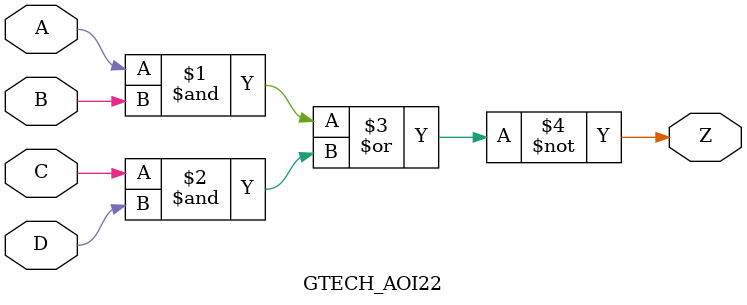
<source format=v>



module GTECH_AOI22 (A, B, C, D, Z);  
	input A, B, C, D;
	output Z;

	assign Z = ~((A & B) | (C & D));
endmodule




</source>
